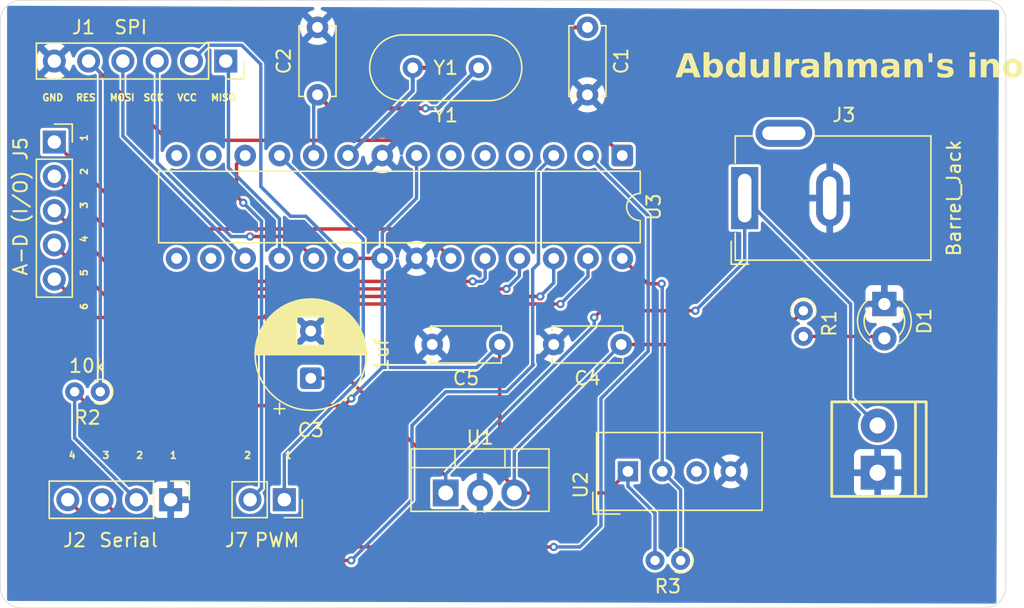
<source format=kicad_pcb>
(kicad_pcb (version 20241229) (generator "pcbnew") (generator_version "9.0")
  (layers (0 "F.Cu" signal) (2 "B.Cu" signal) (13 "F.Paste" user) (15 "B.Paste" user) (5 "F.SilkS" user "F.Silkscreen") (7 "B.SilkS" user "B.Silkscreen") (1 "F.Mask" user) (3 "B.Mask" user) (25 "Edge.Cuts" user))
  (net 0 "")
  (net 1 "GND")
  (net 2 "VS")
  (net 3 "VCC")
  (net 4 "Net-(D1-A)")
  (net 5 "MISO")
  (net 6 "Net-(J5-Pin_1)")
  (net 7 "Net-(J7-Pin_1)")
  (net 8 "RESET")
  (net 9 "Net-(U3-XTAL1{slash}PB6)")
  (net 10 "Net-(J7-Pin_2)")
  (net 11 "Net-(J5-Pin_5)")
  (net 12 "Net-(J5-Pin_3)")
  (net 13 "Net-(J5-Pin_4)")
  (net 14 "Net-(U3-XTAL2{slash}PB7)")
  (net 15 "SCK")
  (net 16 "MOSI")
  (net 17 "Net-(J5-Pin_2)")
  (net 18 "Rx")
  (net 19 "Tx")
  (net 21 "Net-(U2-DATA)")
  (footprint "Connector_BarrelJack:BarrelJack_GCT_DCJ200-10-A_Horizontal" (layer "F.Cu") (at 140.65 41.65 90)
    (property "Reference" "J3" (at 6.15 7.35 180) (layer "F.SilkS"))
    (property "Value" "Barrel_Jack" (at 0 15.5 90) (layer "F.SilkS"))
    (fp_line (start -3.2 -1) (end -4.9 -1) (stroke (width 0.12)) (layer "F.SilkS"))
    (fp_line (start -4.9 -1) (end -4.9 0.3) (stroke (width 0.12)) (layer "F.SilkS"))
    (fp_line (start 4.6 -0.7) (end 4.6 0.6) (stroke (width 0.12)) (layer "F.SilkS"))
    (fp_line (start 2.6 -0.7) (end 4.6 -0.7) (stroke (width 0.12)) (layer "F.SilkS"))
    (fp_line (start -4.6 -0.7) (end -2.6 -0.7) (stroke (width 0.12)) (layer "F.SilkS"))
    (fp_line (start 4.6 5.2) (end 4.6 13.8) (stroke (width 0.12)) (layer "F.SilkS"))
    (fp_line (start 4.6 13.8) (end -4.6 13.8) (stroke (width 0.12)) (layer "F.SilkS"))
    (fp_line (start -4.6 13.8) (end -4.6 -0.7) (stroke (width 0.12)) (layer "F.SilkS"))
    (pad "1" thru_hole rect (at 0 0 90) (size 4.6 2) (drill oval 3.6 1) (layers "*.Cu" "*.Mask") (net 2 "VS"))
    (pad "2" thru_hole oval (at 0 6.3 90) (size 4.2 2) (drill oval 3.2 1) (layers "*.Cu" "*.Mask") (net 1 "GND"))
    (pad "3" thru_hole oval (at 4.8 2.9 90) (size 2 4.2) (drill oval 1 3.2) (layers "*.Cu" "*.Mask"))
  )
  (footprint "Capacitor_THT:C_Disc_D5.0mm_W2.5mm_P5.00mm" (layer "F.Cu") (at 131.5 52.5 180)
    (property "Reference" "C4" (at 2.5 -2.5 0) (layer "F.SilkS"))
    (property "Value" "C")
    (fp_line (start 5.12 1.033) (end 5.12 1.37) (stroke (width 0.12)) (layer "F.SilkS"))
    (fp_line (start 5.12 -1.37) (end 5.12 -1.033) (stroke (width 0.12)) (layer "F.SilkS"))
    (fp_line (start -0.12 1.37) (end 5.12 1.37) (stroke (width 0.12)) (layer "F.SilkS"))
    (fp_line (start -0.12 1.033) (end -0.12 1.37) (stroke (width 0.12)) (layer "F.SilkS"))
    (fp_line (start -0.12 -1.37) (end 5.12 -1.37) (stroke (width 0.12)) (layer "F.SilkS"))
    (fp_line (start -0.12 -1.37) (end -0.12 -1.033) (stroke (width 0.12)) (layer "F.SilkS"))
    (pad "1" thru_hole circle (at 0 0 180) (size 1.6 1.6) (drill 0.8) (layers "*.Cu" "*.Mask") (net 3 "VCC"))
    (pad "2" thru_hole circle (at 5 0 180) (size 1.6 1.6) (drill 0.8) (layers "*.Cu" "*.Mask") (net 1 "GND"))
  )
  (footprint "Capacitor_THT:CP_Radial_D8.0mm_P3.50mm" (layer "F.Cu") (at 108.5 55 90)
    (property "Reference" "C3" (at -3.847349 0 0) (layer "F.SilkS"))
    (property "Value" "1uf" (at 1.75 5.25 90) (layer "F.SilkS"))
    (fp_line (start 1.79 -4.08) (end 1.79 4.08) (stroke (width 0.12)) (layer "F.SilkS"))
    (fp_line (start 1.75 -4.08) (end 1.75 4.08) (stroke (width 0.12)) (layer "F.SilkS"))
    (fp_line (start 1.83 -4.079) (end 1.83 4.079) (stroke (width 0.12)) (layer "F.SilkS"))
    (fp_line (start 1.87 -4.078) (end 1.87 4.078) (stroke (width 0.12)) (layer "F.SilkS"))
    (fp_line (start 1.91 -4.077) (end 1.91 4.077) (stroke (width 0.12)) (layer "F.SilkS"))
    (fp_line (start 1.95 -4.075) (end 1.95 4.075) (stroke (width 0.12)) (layer "F.SilkS"))
    (fp_line (start 1.99 -4.073) (end 1.99 4.073) (stroke (width 0.12)) (layer "F.SilkS"))
    (fp_line (start 2.03 -4.07) (end 2.03 4.07) (stroke (width 0.12)) (layer "F.SilkS"))
    (fp_line (start 2.07 -4.068) (end 2.07 4.068) (stroke (width 0.12)) (layer "F.SilkS"))
    (fp_line (start 2.11 -4.064) (end 2.11 4.064) (stroke (width 0.12)) (layer "F.SilkS"))
    (fp_line (start 2.15 -4.061) (end 2.15 4.061) (stroke (width 0.12)) (layer "F.SilkS"))
    (fp_line (start 2.19 -4.056) (end 2.19 4.056) (stroke (width 0.12)) (layer "F.SilkS"))
    (fp_line (start 2.23 -4.052) (end 2.23 4.052) (stroke (width 0.12)) (layer "F.SilkS"))
    (fp_line (start 2.27 -4.047) (end 2.27 4.047) (stroke (width 0.12)) (layer "F.SilkS"))
    (fp_line (start 2.31 -4.042) (end 2.31 4.042) (stroke (width 0.12)) (layer "F.SilkS"))
    (fp_line (start 2.35 -4.036) (end 2.35 4.036) (stroke (width 0.12)) (layer "F.SilkS"))
    (fp_line (start 2.39 -4.03) (end 2.39 4.03) (stroke (width 0.12)) (layer "F.SilkS"))
    (fp_line (start 2.43 -4.023) (end 2.43 4.023) (stroke (width 0.12)) (layer "F.SilkS"))
    (fp_line (start 2.47 -4.017) (end 2.47 -1.04) (stroke (width 0.12)) (layer "F.SilkS"))
    (fp_line (start 2.51 -4.009) (end 2.51 -1.04) (stroke (width 0.12)) (layer "F.SilkS"))
    (fp_line (start 2.55 -4.002) (end 2.55 -1.04) (stroke (width 0.12)) (layer "F.SilkS"))
    (fp_line (start 2.59 -3.993) (end 2.59 -1.04) (stroke (width 0.12)) (layer "F.SilkS"))
    (fp_line (start 2.63 -3.985) (end 2.63 -1.04) (stroke (width 0.12)) (layer "F.SilkS"))
    (fp_line (start 2.67 -3.976) (end 2.67 -1.04) (stroke (width 0.12)) (layer "F.SilkS"))
    (fp_line (start 2.71 -3.967) (end 2.71 -1.04) (stroke (width 0.12)) (layer "F.SilkS"))
    (fp_line (start 2.75 -3.957) (end 2.75 -1.04) (stroke (width 0.12)) (layer "F.SilkS"))
    (fp_line (start 2.79 -3.947) (end 2.79 -1.04) (stroke (width 0.12)) (layer "F.SilkS"))
    (fp_line (start 2.83 -3.936) (end 2.83 -1.04) (stroke (width 0.12)) (layer "F.SilkS"))
    (fp_line (start 2.87 -3.925) (end 2.87 -1.04) (stroke (width 0.12)) (layer "F.SilkS"))
    (fp_line (start 2.91 -3.913) (end 2.91 -1.04) (stroke (width 0.12)) (layer "F.SilkS"))
    (fp_line (start 2.95 -3.901) (end 2.95 -1.04) (stroke (width 0.12)) (layer "F.SilkS"))
    (fp_line (start 2.99 -3.889) (end 2.99 -1.04) (stroke (width 0.12)) (layer "F.SilkS"))
    (fp_line (start 3.03 -3.876) (end 3.03 -1.04) (stroke (width 0.12)) (layer "F.SilkS"))
    (fp_line (start 3.07 -3.863) (end 3.07 -1.04) (stroke (width 0.12)) (layer "F.SilkS"))
    (fp_line (start 3.11 -3.849) (end 3.11 -1.04) (stroke (width 0.12)) (layer "F.SilkS"))
    (fp_line (start 3.15 -3.835) (end 3.15 -1.04) (stroke (width 0.12)) (layer "F.SilkS"))
    (fp_line (start 3.19 -3.82) (end 3.19 -1.04) (stroke (width 0.12)) (layer "F.SilkS"))
    (fp_line (start 3.23 -3.805) (end 3.23 -1.04) (stroke (width 0.12)) (layer "F.SilkS"))
    (fp_line (start 3.27 -3.789) (end 3.27 -1.04) (stroke (width 0.12)) (layer "F.SilkS"))
    (fp_line (start 3.31 -3.773) (end 3.31 -1.04) (stroke (width 0.12)) (layer "F.SilkS"))
    (fp_line (start 3.35 -3.757) (end 3.35 -1.04) (stroke (width 0.12)) (layer "F.SilkS"))
    (fp_line (start 3.39 -3.74) (end 3.39 -1.04) (stroke (width 0.12)) (layer "F.SilkS"))
    (fp_line (start 3.43 -3.722) (end 3.43 -1.04) (stroke (width 0.12)) (layer "F.SilkS"))
    (fp_line (start 3.47 -3.704) (end 3.47 -1.04) (stroke (width 0.12)) (layer "F.SilkS"))
    (fp_line (start 3.51 -3.685) (end 3.51 -1.04) (stroke (width 0.12)) (layer "F.SilkS"))
    (fp_line (start 3.55 -3.666) (end 3.55 -1.04) (stroke (width 0.12)) (layer "F.SilkS"))
    (fp_line (start 3.59 -3.646) (end 3.59 -1.04) (stroke (width 0.12)) (layer "F.SilkS"))
    (fp_line (start 3.63 -3.626) (end 3.63 -1.04) (stroke (width 0.12)) (layer "F.SilkS"))
    (fp_line (start 3.67 -3.605) (end 3.67 -1.04) (stroke (width 0.12)) (layer "F.SilkS"))
    (fp_line (start 3.71 -3.584) (end 3.71 -1.04) (stroke (width 0.12)) (layer "F.SilkS"))
    (fp_line (start 3.75 -3.562) (end 3.75 -1.04) (stroke (width 0.12)) (layer "F.SilkS"))
    (fp_line (start 3.79 -3.539) (end 3.79 -1.04) (stroke (width 0.12)) (layer "F.SilkS"))
    (fp_line (start 3.83 -3.516) (end 3.83 -1.04) (stroke (width 0.12)) (layer "F.SilkS"))
    (fp_line (start 3.87 -3.493) (end 3.87 -1.04) (stroke (width 0.12)) (layer "F.SilkS"))
    (fp_line (start 3.91 -3.468) (end 3.91 -1.04) (stroke (width 0.12)) (layer "F.SilkS"))
    (fp_line (start 3.95 -3.443) (end 3.95 -1.04) (stroke (width 0.12)) (layer "F.SilkS"))
    (fp_line (start 3.99 -3.418) (end 3.99 -1.04) (stroke (width 0.12)) (layer "F.SilkS"))
    (fp_line (start 4.03 -3.392) (end 4.03 -1.04) (stroke (width 0.12)) (layer "F.SilkS"))
    (fp_line (start 4.07 -3.365) (end 4.07 -1.04) (stroke (width 0.12)) (layer "F.SilkS"))
    (fp_line (start 4.11 -3.337) (end 4.11 -1.04) (stroke (width 0.12)) (layer "F.SilkS"))
    (fp_line (start 4.15 -3.309) (end 4.15 -1.04) (stroke (width 0.12)) (layer "F.SilkS"))
    (fp_line (start 4.19 -3.28) (end 4.19 -1.04) (stroke (width 0.12)) (layer "F.SilkS"))
    (fp_line (start 4.23 -3.25) (end 4.23 -1.04) (stroke (width 0.12)) (layer "F.SilkS"))
    (fp_line (start 4.27 -3.219) (end 4.27 -1.04) (stroke (width 0.12)) (layer "F.SilkS"))
    (fp_line (start 4.31 -3.188) (end 4.31 -1.04) (stroke (width 0.12)) (layer "F.SilkS"))
    (fp_line (start 4.35 -3.156) (end 4.35 -1.04) (stroke (width 0.12)) (layer "F.SilkS"))
    (fp_line (start 4.39 -3.123) (end 4.39 -1.04) (stroke (width 0.12)) (layer "F.SilkS"))
    (fp_line (start 4.43 -3.089) (end 4.43 -1.04) (stroke (width 0.12)) (layer "F.SilkS"))
    (fp_line (start 4.47 -3.055) (end 4.47 -1.04) (stroke (width 0.12)) (layer "F.SilkS"))
    (fp_line (start 4.51 -3.019) (end 4.51 -1.04) (stroke (width 0.12)) (layer "F.SilkS"))
    (fp_line (start 4.55 -2.982) (end 4.55 2.982) (stroke (width 0.12)) (layer "F.SilkS"))
    (fp_line (start 4.59 -2.945) (end 4.59 2.945) (stroke (width 0.12)) (layer "F.SilkS"))
    (fp_line (start 4.63 -2.906) (end 4.63 2.906) (stroke (width 0.12)) (layer "F.SilkS"))
    (fp_line (start 4.67 -2.867) (end 4.67 2.867) (stroke (width 0.12)) (layer "F.SilkS"))
    (fp_line (start 4.71 -2.826) (end 4.71 2.826) (stroke (width 0.12)) (layer "F.SilkS"))
    (fp_line (start 4.75 -2.784) (end 4.75 2.784) (stroke (width 0.12)) (layer "F.SilkS"))
    (fp_line (start 4.79 -2.741) (end 4.79 2.741) (stroke (width 0.12)) (layer "F.SilkS"))
    (fp_line (start -2.259698 -2.715) (end -2.259698 -1.915) (stroke (width 0.12)) (layer "F.SilkS"))
    (fp_line (start 4.83 -2.696) (end 4.83 2.696) (stroke (width 0.12)) (layer "F.SilkS"))
    (fp_line (start 4.87 -2.651) (end 4.87 2.651) (stroke (width 0.12)) (layer "F.SilkS"))
    (fp_line (start 4.91 -2.604) (end 4.91 2.604) (stroke (width 0.12)) (layer "F.SilkS"))
    (fp_line (start 4.95 -2.555) (end 4.95 2.555) (stroke (width 0.12)) (layer "F.SilkS"))
    (fp_line (start 4.99 -2.505) (end 4.99 2.505) (stroke (width 0.12)) (layer "F.SilkS"))
    (fp_line (start 5.03 -2.453) (end 5.03 2.453) (stroke (width 0.12)) (layer "F.SilkS"))
    (fp_line (start 5.07 -2.4) (end 5.07 2.4) (stroke (width 0.12)) (layer "F.SilkS"))
    (fp_line (start 5.11 -2.344) (end 5.11 2.344) (stroke (width 0.12)) (layer "F.SilkS"))
    (fp_line (start -2.659698 -2.315) (end -1.859698 -2.315) (stroke (width 0.12)) (layer "F.SilkS"))
    (fp_line (start 5.15 -2.287) (end 5.15 2.287) (stroke (width 0.12)) (layer "F.SilkS"))
    (fp_line (start 5.19 -2.227) (end 5.19 2.227) (stroke (width 0.12)) (layer "F.SilkS"))
    (fp_line (start 5.23 -2.165) (end 5.23 2.165) (stroke (width 0.12)) (layer "F.SilkS"))
    (fp_line (start 5.27 -2.101) (end 5.27 2.101) (stroke (width 0.12)) (layer "F.SilkS"))
    (fp_line (start 5.31 -2.034) (end 5.31 2.034) (stroke (width 0.12)) (layer "F.SilkS"))
    (fp_line (start 5.35 -1.964) (end 5.35 1.964) (stroke (width 0.12)) (layer "F.SilkS"))
    (fp_line (start 5.39 -1.89) (end 5.39 1.89) (stroke (width 0.12)) (layer "F.SilkS"))
    (fp_line (start 5.43 -1.813) (end 5.43 1.813) (stroke (width 0.12)) (layer "F.SilkS"))
    (fp_line (start 5.47 -1.731) (end 5.47 1.731) (stroke (width 0.12)) (layer "F.SilkS"))
    (fp_line (start 5.51 -1.644) (end 5.51 1.644) (stroke (width 0.12)) (layer "F.SilkS"))
    (fp_line (start 5.55 -1.552) (end 5.55 1.552) (stroke (width 0.12)) (layer "F.SilkS"))
    (fp_line (start 5.59 -1.453) (end 5.59 1.453) (stroke (width 0.12)) (layer "F.SilkS"))
    (fp_line (start 5.63 -1.346) (end 5.63 1.346) (stroke (width 0.12)) (layer "F.SilkS"))
    (fp_line (start 5.67 -1.228) (end 5.67 1.228) (stroke (width 0.12)) (layer "F.SilkS"))
    (fp_line (start 5.71 -1.097) (end 5.71 1.097) (stroke (width 0.12)) (layer "F.SilkS"))
    (fp_line (start 5.75 -0.947) (end 5.75 0.947) (stroke (width 0.12)) (layer "F.SilkS"))
    (fp_line (start 5.79 -0.768) (end 5.79 0.768) (stroke (width 0.12)) (layer "F.SilkS"))
    (fp_line (start 5.83 -0.533) (end 5.83 0.533) (stroke (width 0.12)) (layer "F.SilkS"))
    (fp_line (start 4.51 1.04) (end 4.51 3.019) (stroke (width 0.12)) (layer "F.SilkS"))
    (fp_line (start 4.47 1.04) (end 4.47 3.055) (stroke (width 0.12)) (layer "F.SilkS"))
    (fp_line (start 4.43 1.04) (end 4.43 3.089) (stroke (width 0.12)) (layer "F.SilkS"))
    (fp_line (start 4.39 1.04) (end 4.39 3.123) (stroke (width 0.12)) (layer "F.SilkS"))
    (fp_line (start 4.35 1.04) (end 4.35 3.156) (stroke (width 0.12)) (layer "F.SilkS"))
    (fp_line (start 4.31 1.04) (end 4.31 3.188) (stroke (width 0.12)) (layer "F.SilkS"))
    (fp_line (start 4.27 1.04) (end 4.27 3.219) (stroke (width 0.12)) (layer "F.SilkS"))
    (fp_line (start 4.23 1.04) (end 4.23 3.25) (stroke (width 0.12)) (layer "F.SilkS"))
    (fp_line (start 4.19 1.04) (end 4.19 3.28) (stroke (width 0.12)) (layer "F.SilkS"))
    (fp_line (start 4.15 1.04) (end 4.15 3.309) (stroke (width 0.12)) (layer "F.SilkS"))
    (fp_line (start 4.11 1.04) (end 4.11 3.337) (stroke (width 0.12)) (layer "F.SilkS"))
    (fp_line (start 4.07 1.04) (end 4.07 3.365) (stroke (width 0.12)) (layer "F.SilkS"))
    (fp_line (start 4.03 1.04) (end 4.03 3.392) (stroke (width 0.12)) (layer "F.SilkS"))
    (fp_line (start 3.99 1.04) (end 3.99 3.418) (stroke (width 0.12)) (layer "F.SilkS"))
    (fp_line (start 3.95 1.04) (end 3.95 3.443) (stroke (width 0.12)) (layer "F.SilkS"))
    (fp_line (start 3.91 1.04) (end 3.91 3.468) (stroke (width 0.12)) (layer "F.SilkS"))
    (fp_line (start 3.87 1.04) (end 3.87 3.493) (stroke (width 0.12)) (layer "F.SilkS"))
    (fp_line (start 3.83 1.04) (end 3.83 3.516) (stroke (width 0.12)) (layer "F.SilkS"))
    (fp_line (start 3.79 1.04) (end 3.79 3.539) (stroke (width 0.12)) (layer "F.SilkS"))
    (fp_line (start 3.75 1.04) (end 3.75 3.562) (stroke (width 0.12)) (layer "F.SilkS"))
    (fp_line (start 3.71 1.04) (end 3.71 3.584) (stroke (width 0.12)) (layer "F.SilkS"))
    (fp_line (start 3.67 1.04) (end 3.67 3.605) (stroke (width 0.12)) (layer "F.SilkS"))
    (fp_line (start 3.63 1.04) (end 3.63 3.626) (stroke (width 0.12)) (layer "F.SilkS"))
    (fp_line (start 3.59 1.04) (end 3.59 3.646) (stroke (width 0.12)) (layer "F.SilkS"))
    (fp_line (start 3.55 1.04) (end 3.55 3.666) (stroke (width 0.12)) (layer "F.SilkS"))
    (fp_line (start 3.51 1.04) (end 3.51 3.685) (stroke (width 0.12)) (layer "F.SilkS"))
    (fp_line (start 3.47 1.04) (end 3.47 3.704) (stroke (width 0.12)) (layer "F.SilkS"))
    (fp_line (start 3.43 1.04) (end 3.43 3.722) (stroke (width 0.12)) (layer "F.SilkS"))
    (fp_line (start 3.39 1.04) (end 3.39 3.74) (stroke (width 0.12)) (layer "F.SilkS"))
    (fp_line (start 3.35 1.04) (end 3.35 3.757) (stroke (width 0.12)) (layer "F.SilkS"))
    (fp_line (start 3.31 1.04) (end 3.31 3.773) (stroke (width 0.12)) (layer "F.SilkS"))
    (fp_line (start 3.27 1.04) (end 3.27 3.789) (stroke (width 0.12)) (layer "F.SilkS"))
    (fp_line (start 3.23 1.04) (end 3.23 3.805) (stroke (width 0.12)) (layer "F.SilkS"))
    (fp_line (start 3.19 1.04) (end 3.19 3.82) (stroke (width 0.12)) (layer "F.SilkS"))
    (fp_line (start 3.15 1.04) (end 3.15 3.835) (stroke (width 0.12)) (layer "F.SilkS"))
    (fp_line (start 3.11 1.04) (end 3.11 3.849) (stroke (width 0.12)) (layer "F.SilkS"))
    (fp_line (start 3.07 1.04) (end 3.07 3.863) (stroke (width 0.12)) (layer "F.SilkS"))
    (fp_line (start 3.03 1.04) (end 3.03 3.876) (stroke (width 0.12)) (layer "F.SilkS"))
    (fp_line (start 2.99 1.04) (end 2.99 3.889) (stroke (width 0.12)) (layer "F.SilkS"))
    (fp_line (start 2.95 1.04) (end 2.95 3.901) (stroke (width 0.12)) (layer "F.SilkS"))
    (fp_line (start 2.91 1.04) (end 2.91 3.913) (stroke (width 0.12)) (layer "F.SilkS"))
    (fp_line (start 2.87 1.04) (end 2.87 3.925) (stroke (width 0.12)) (layer "F.SilkS"))
    (fp_line (start 2.83 1.04) (end 2.83 3.936) (stroke (width 0.12)) (layer "F.SilkS"))
    (fp_line (start 2.79 1.04) (end 2.79 3.947) (stroke (width 0.12)) (layer "F.SilkS"))
    (fp_line (start 2.75 1.04) (end 2.75 3.957) (stroke (width 0.12)) (layer "F.SilkS"))
    (fp_line (start 2.71 1.04) (end 2.71 3.967) (stroke (width 0.12)) (layer "F.SilkS"))
    (fp_line (start 2.67 1.04) (end 2.67 3.976) (stroke (width 0.12)) (layer "F.SilkS"))
    (fp_line (start 2.63 1.04) (end 2.63 3.985) (stroke (width 0.12)) (layer "F.SilkS"))
    (fp_line (start 2.59 1.04) (end 2.59 3.993) (stroke (width 0.12)) (layer "F.SilkS"))
    (fp_line (start 2.55 1.04) (end 2.55 4.002) (stroke (width 0.12)) (layer "F.SilkS"))
    (fp_line (start 2.51 1.04) (end 2.51 4.009) (stroke (width 0.12)) (layer "F.SilkS"))
    (fp_line (start 2.47 1.04) (end 2.47 4.017) (stroke (width 0.12)) (layer "F.SilkS"))
    (fp_circle (center 1.75 0) (end 5.87 0) (stroke (width 0.12)) (fill no) (layer "F.SilkS"))
    (pad "1" thru_hole roundrect (at 0 0 90) (size 1.6 1.6) (drill 0.8) (layers "*.Cu" "*.Mask") (roundrect_rratio 0.15625) (net 2 "VS"))
    (pad "2" thru_hole circle (at 3.5 0 90) (size 1.6 1.6) (drill 0.8) (layers "*.Cu" "*.Mask") (net 1 "GND"))
  )
  (footprint "Capacitor_THT:C_Disc_D5.0mm_W2.5mm_P5.00mm" (layer "F.Cu") (at 122.5 52.5 180)
    (property "Reference" "C5" (at 2.5 -2.5 0) (layer "F.SilkS"))
    (property "Value" "0.1uf")
    (fp_line (start 5.12 1.033) (end 5.12 1.37) (stroke (width 0.12)) (layer "F.SilkS"))
    (fp_line (start 5.12 -1.37) (end 5.12 -1.033) (stroke (width 0.12)) (layer "F.SilkS"))
    (fp_line (start -0.12 1.37) (end 5.12 1.37) (stroke (width 0.12)) (layer "F.SilkS"))
    (fp_line (start -0.12 1.033) (end -0.12 1.37) (stroke (width 0.12)) (layer "F.SilkS"))
    (fp_line (start -0.12 -1.37) (end 5.12 -1.37) (stroke (width 0.12)) (layer "F.SilkS"))
    (fp_line (start -0.12 -1.37) (end -0.12 -1.033) (stroke (width 0.12)) (layer "F.SilkS"))
    (pad "1" thru_hole circle (at 0 0 180) (size 1.6 1.6) (drill 0.8) (layers "*.Cu" "*.Mask") (net 3 "VCC"))
    (pad "2" thru_hole circle (at 5 0 180) (size 1.6 1.6) (drill 0.8) (layers "*.Cu" "*.Mask") (net 1 "GND"))
  )
  (footprint "Connector_PinSocket_2.54mm:PinSocket_1x06_P2.54mm_Vertical" (layer "F.Cu") (at 102.2 31.5 -90)
    (property "Reference" "J1" (at -2.5 10.54 0) (layer "F.SilkS"))
    (property "Value" "SPI" (at -2.5 7.04 0) (layer "F.SilkS"))
    (fp_line (start -1.33 14.03) (end 1.33 14.03) (stroke (width 0.12)) (layer "F.SilkS"))
    (fp_line (start -1.33 1.27) (end -1.33 14.03) (stroke (width 0.12)) (layer "F.SilkS"))
    (fp_line (start -1.33 1.27) (end 1.33 1.27) (stroke (width 0.12)) (layer "F.SilkS"))
    (fp_line (start 1.33 1.27) (end 1.33 14.03) (stroke (width 0.12)) (layer "F.SilkS"))
    (fp_line (start 0 -1.33) (end 1.33 -1.33) (stroke (width 0.12)) (layer "F.SilkS"))
    (fp_line (start 1.33 -1.33) (end 1.33 0) (stroke (width 0.12)) (layer "F.SilkS"))
    (pad "1" thru_hole rect (at 0 0 270) (size 1.7 1.7) (drill 1) (layers "*.Cu" "*.Mask") (net 5 "MISO"))
    (pad "2" thru_hole circle (at 0 2.54 270) (size 1.7 1.7) (drill 1) (layers "*.Cu" "*.Mask") (net 3 "VCC"))
    (pad "3" thru_hole circle (at 0 5.08 270) (size 1.7 1.7) (drill 1) (layers "*.Cu" "*.Mask") (net 15 "SCK"))
    (pad "4" thru_hole circle (at 0 7.62 270) (size 1.7 1.7) (drill 1) (layers "*.Cu" "*.Mask") (net 16 "MOSI"))
    (pad "5" thru_hole circle (at 0 10.16 270) (size 1.7 1.7) (drill 1) (layers "*.Cu" "*.Mask") (net 8 "RESET"))
    (pad "6" thru_hole circle (at 0 12.7 270) (size 1.7 1.7) (drill 1) (layers "*.Cu" "*.Mask") (net 1 "GND"))
  )
  (footprint "Connector_PinSocket_2.54mm:PinSocket_1x02_P2.54mm_Vertical" (layer "F.Cu") (at 106.54 64 -90)
    (property "Reference" "J7" (at 3 3.54 0) (layer "F.SilkS"))
    (property "Value" "PWM" (at 3 0.54 0) (layer "F.SilkS"))
    (fp_line (start -1.33 3.87) (end 1.33 3.87) (stroke (width 0.12)) (layer "F.SilkS"))
    (fp_line (start -1.33 1.27) (end -1.33 3.87) (stroke (width 0.12)) (layer "F.SilkS"))
    (fp_line (start -1.33 1.27) (end 1.33 1.27) (stroke (width 0.12)) (layer "F.SilkS"))
    (fp_line (start 1.33 1.27) (end 1.33 3.87) (stroke (width 0.12)) (layer "F.SilkS"))
    (fp_line (start 0 -1.33) (end 1.33 -1.33) (stroke (width 0.12)) (layer "F.SilkS"))
    (fp_line (start 1.33 -1.33) (end 1.33 0) (stroke (width 0.12)) (layer "F.SilkS"))
    (pad "1" thru_hole rect (at 0 0 270) (size 1.7 1.7) (drill 1) (layers "*.Cu" "*.Mask") (net 7 "Net-(J7-Pin_1)"))
    (pad "2" thru_hole circle (at 0 2.54 270) (size 1.7 1.7) (drill 1) (layers "*.Cu" "*.Mask") (net 10 "Net-(J7-Pin_2)"))
  )
  (footprint "Connector_PinSocket_2.54mm:PinSocket_1x05_P2.54mm_Vertical" (layer "F.Cu") (at 89.5 37.5)
    (property "Reference" "J5" (at -2.5 0.5 90) (layer "F.SilkS"))
    (property "Value" "A-D (I/O)" (at -2.5 6 90) (layer "F.SilkS"))
    (fp_line (start -1.33 1.27) (end -1.33 11.49) (stroke (width 0.12)) (layer "F.SilkS"))
    (fp_line (start -1.33 1.27) (end 1.33 1.27) (stroke (width 0.12)) (layer "F.SilkS"))
    (fp_line (start -1.33 11.49) (end 1.33 11.49) (stroke (width 0.12)) (layer "F.SilkS"))
    (fp_line (start 0 -1.33) (end 1.33 -1.33) (stroke (width 0.12)) (layer "F.SilkS"))
    (fp_line (start 1.33 -1.33) (end 1.33 0) (stroke (width 0.12)) (layer "F.SilkS"))
    (fp_line (start 1.33 1.27) (end 1.33 11.49) (stroke (width 0.12)) (layer "F.SilkS"))
    (pad "1" thru_hole rect (at 0 0) (size 1.7 1.7) (drill 1) (layers "*.Cu" "*.Mask") (net 6 "Net-(J5-Pin_1)"))
    (pad "2" thru_hole circle (at 0 2.54) (size 1.7 1.7) (drill 1) (layers "*.Cu" "*.Mask") (net 17 "Net-(J5-Pin_2)"))
    (pad "3" thru_hole circle (at 0 5.08) (size 1.7 1.7) (drill 1) (layers "*.Cu" "*.Mask") (net 12 "Net-(J5-Pin_3)"))
    (pad "4" thru_hole circle (at 0 7.62) (size 1.7 1.7) (drill 1) (layers "*.Cu" "*.Mask") (net 13 "Net-(J5-Pin_4)"))
    (pad "5" thru_hole circle (at 0 10.16) (size 1.7 1.7) (drill 1) (layers "*.Cu" "*.Mask") (net 11 "Net-(J5-Pin_5)"))
  )
  (footprint "Resistor_THT:R_Axial_DIN0204_L3.6mm_D1.6mm_P1.90mm_Vertical" (layer "F.Cu") (at 145 50 -90)
    (property "Reference" "R1" (at 0.95 -1.92 90) (layer "F.SilkS"))
    (property "Value" "200ohm")
    (fp_arc (start 0.417133 0.82) (mid -0.92 0) (end 0.417133 -0.82) (stroke (width 0.12)) (layer "F.SilkS"))
    (pad "1" thru_hole circle (at 0 0 270) (size 1.4 1.4) (drill 0.7) (layers "*.Cu" "*.Mask") (net 3 "VCC"))
    (pad "2" thru_hole circle (at 1.9 0 270) (size 1.4 1.4) (drill 0.7) (layers "*.Cu" "*.Mask") (net 4 "Net-(D1-A)"))
  )
  (footprint "Resistor_THT:R_Axial_DIN0204_L3.6mm_D1.6mm_P1.90mm_Vertical" (layer "F.Cu") (at 135.905 68.5 180)
    (property "Reference" "R3" (at 0.95 -1.92 0) (layer "F.SilkS"))
    (property "Value" "10k")
    (fp_arc (start 0.417133 0.82) (mid -0.92 0) (end 0.417133 -0.82) (stroke (width 0.12)) (layer "F.SilkS"))
    (pad "1" thru_hole circle (at 0 0 180) (size 1.4 1.4) (drill 0.7) (layers "*.Cu" "*.Mask") (net 21 "Net-(U2-DATA)"))
    (pad "2" thru_hole circle (at 1.9 0 180) (size 1.4 1.4) (drill 0.7) (layers "*.Cu" "*.Mask") (net 3 "VCC"))
  )
  (footprint "Connector_PinHeader_2.54mm:PinHeader_1x04_P2.54mm_Vertical" (layer "F.Cu") (at 98.12 64 -90)
    (property "Reference" "J2" (at 3 7.12 180) (layer "F.SilkS"))
    (property "Value" "Serial" (at 3 3.12 0) (layer "F.SilkS"))
    (fp_line (start -1.38 9) (end 1.38 9) (stroke (width 0.12)) (layer "F.SilkS"))
    (fp_line (start -1.38 1.27) (end -1.38 9) (stroke (width 0.12)) (layer "F.SilkS"))
    (fp_line (start -1.38 1.27) (end 1.38 1.27) (stroke (width 0.12)) (layer "F.SilkS"))
    (fp_line (start 1.38 1.27) (end 1.38 9) (stroke (width 0.12)) (layer "F.SilkS"))
    (fp_line (start -1.38 0) (end -1.38 -1.38) (stroke (width 0.12)) (layer "F.SilkS"))
    (fp_line (start -1.38 -1.38) (end 0 -1.38) (stroke (width 0.12)) (layer "F.SilkS"))
    (pad "1" thru_hole rect (at 0 0 270) (size 1.7 1.7) (drill 1) (layers "*.Cu" "*.Mask") (net 1 "GND"))
    (pad "2" thru_hole circle (at 0 2.54 270) (size 1.7 1.7) (drill 1) (layers "*.Cu" "*.Mask") (net 3 "VCC"))
    (pad "3" thru_hole circle (at 0 5.08 270) (size 1.7 1.7) (drill 1) (layers "*.Cu" "*.Mask") (net 18 "Rx"))
    (pad "4" thru_hole circle (at 0 7.62 270) (size 1.7 1.7) (drill 1) (layers "*.Cu" "*.Mask") (net 19 "Tx"))
  )
  (footprint "Package_DIP:DIP-28_W7.62mm" (layer "F.Cu") (at 131.58 38.5 -90)
    (property "Reference" "U3" (at 3.81 -2.33 90) (layer "F.SilkS"))
    (property "Value" "ATmega328-P")
    (fp_line (start 1.16 34.35) (end 6.46 34.35) (stroke (width 0.12)) (layer "F.SilkS"))
    (fp_line (start 6.46 34.35) (end 6.46 -1.33) (stroke (width 0.12)) (layer "F.SilkS"))
    (fp_line (start 1.16 -1.33) (end 1.16 34.35) (stroke (width 0.12)) (layer "F.SilkS"))
    (fp_line (start 2.81 -1.33) (end 1.16 -1.33) (stroke (width 0.12)) (layer "F.SilkS"))
    (fp_line (start 6.46 -1.33) (end 4.81 -1.33) (stroke (width 0.12)) (layer "F.SilkS"))
    (fp_arc (start 4.81 -1.33) (mid 3.81 -0.33) (end 2.81 -1.33) (stroke (width 0.12)) (layer "F.SilkS"))
    (pad "1" thru_hole roundrect (at 0 0 270) (size 1.6 1.6) (drill 0.8) (layers "*.Cu" "*.Mask") (roundrect_rratio 0.15625) (net 8 "RESET"))
    (pad "2" thru_hole circle (at 0 2.54 270) (size 1.6 1.6) (drill 0.8) (layers "*.Cu" "*.Mask") (net 18 "Rx"))
    (pad "3" thru_hole circle (at 0 5.08 270) (size 1.6 1.6) (drill 0.8) (layers "*.Cu" "*.Mask") (net 19 "Tx"))
    (pad "4" thru_hole circle (at 0 7.62 270) (size 1.6 1.6) (drill 0.8) (layers "*.Cu" "*.Mask"))
    (pad "5" thru_hole circle (at 0 10.16 270) (size 1.6 1.6) (drill 0.8) (layers "*.Cu" "*.Mask"))
    (pad "6" thru_hole circle (at 0 12.7 270) (size 1.6 1.6) (drill 0.8) (layers "*.Cu" "*.Mask"))
    (pad "7" thru_hole circle (at 0 15.24 270) (size 1.6 1.6) (drill 0.8) (layers "*.Cu" "*.Mask") (net 3 "VCC"))
    (pad "8" thru_hole circle (at 0 17.78 270) (size 1.6 1.6) (drill 0.8) (layers "*.Cu" "*.Mask") (net 1 "GND"))
    (pad "9" thru_hole circle (at 0 20.32 270) (size 1.6 1.6) (drill 0.8) (layers "*.Cu" "*.Mask") (net 9 "Net-(U3-XTAL1{slash}PB6)"))
    (pad "10" thru_hole circle (at 0 22.86 270) (size 1.6 1.6) (drill 0.8) (layers "*.Cu" "*.Mask") (net 14 "Net-(U3-XTAL2{slash}PB7)"))
    (pad "11" thru_hole circle (at 0 25.4 270) (size 1.6 1.6) (drill 0.8) (layers "*.Cu" "*.Mask") (net 7 "Net-(J7-Pin_1)"))
    (pad "12" thru_hole circle (at 0 27.94 270) (size 1.6 1.6) (drill 0.8) (layers "*.Cu" "*.Mask") (net 10 "Net-(J7-Pin_2)"))
    (pad "13" thru_hole circle (at 0 30.48 270) (size 1.6 1.6) (drill 0.8) (layers "*.Cu" "*.Mask"))
    (pad "14" thru_hole circle (at 0 33.02 270) (size 1.6 1.6) (drill 0.8) (layers "*.Cu" "*.Mask"))
    (pad "15" thru_hole circle (at 7.62 33.02 270) (size 1.6 1.6) (drill 0.8) (layers "*.Cu" "*.Mask"))
    (pad "16" thru_hole circle (at 7.62 30.48 270) (size 1.6 1.6) (drill 0.8) (layers "*.Cu" "*.Mask"))
    (pad "17" thru_hole circle (at 7.62 27.94 270) (size 1.6 1.6) (drill 0.8) (layers "*.Cu" "*.Mask") (net 16 "MOSI"))
    (pad "18" thru_hole circle (at 7.62 25.4 270) (size 1.6 1.6) (drill 0.8) (layers "*.Cu" "*.Mask") (net 5 "MISO"))
    (pad "19" thru_hole circle (at 7.62 22.86 270) (size 1.6 1.6) (drill 0.8) (layers "*.Cu" "*.Mask") (net 15 "SCK"))
    (pad "20" thru_hole circle (at 7.62 20.32 270) (size 1.6 1.6) (drill 0.8) (layers "*.Cu" "*.Mask") (net 3 "VCC"))
    (pad "21" thru_hole circle (at 7.62 17.78 270) (size 1.6 1.6) (drill 0.8) (layers "*.Cu" "*.Mask") (net 3 "VCC"))
    (pad "22" thru_hole circle (at 7.62 15.24 270) (size 1.6 1.6) (drill 0.8) (layers "*.Cu" "*.Mask") (net 1 "GND"))
    (pad "23" thru_hole circle (at 7.62 12.7 270) (size 1.6 1.6) (drill 0.8) (layers "*.Cu" "*.Mask") (net 6 "Net-(J5-Pin_1)"))
    (pad "24" thru_hole circle (at 7.62 10.16 270) (size 1.6 1.6) (drill 0.8) (layers "*.Cu" "*.Mask") (net 17 "Net-(J5-Pin_2)"))
    (pad "25" thru_hole circle (at 7.62 7.62 270) (size 1.6 1.6) (drill 0.8) (layers "*.Cu" "*.Mask") (net 12 "Net-(J5-Pin_3)"))
    (pad "26" thru_hole circle (at 7.62 5.08 270) (size 1.6 1.6) (drill 0.8) (layers "*.Cu" "*.Mask") (net 13 "Net-(J5-Pin_4)"))
    (pad "27" thru_hole circle (at 7.62 2.54 270) (size 1.6 1.6) (drill 0.8) (layers "*.Cu" "*.Mask") (net 11 "Net-(J5-Pin_5)"))
    (pad "28" thru_hole circle (at 7.62 0 270) (size 1.6 1.6) (drill 0.8) (layers "*.Cu" "*.Mask") (net 21 "Net-(U2-DATA)"))
  )
  (footprint "Capacitor_THT:C_Disc_D5.0mm_W2.5mm_P5.00mm" (layer "F.Cu") (at 129 29 -90)
    (property "Reference" "C1" (at 2.5 -2.5 270) (layer "F.SilkS"))
    (property "Value" "22pf")
    (fp_line (start -0.12 1.37) (end 5.12 1.37) (stroke (width 0.12)) (layer "F.SilkS"))
    (fp_line (start -0.12 1.033) (end -0.12 1.37) (stroke (width 0.12)) (layer "F.SilkS"))
    (fp_line (start 5.12 1.033) (end 5.12 1.37) (stroke (width 0.12)) (layer "F.SilkS"))
    (fp_line (start -0.12 -1.37) (end -0.12 -1.033) (stroke (width 0.12)) (layer "F.SilkS"))
    (fp_line (start -0.12 -1.37) (end 5.12 -1.37) (stroke (width 0.12)) (layer "F.SilkS"))
    (fp_line (start 5.12 -1.37) (end 5.12 -1.033) (stroke (width 0.12)) (layer "F.SilkS"))
    (pad "1" thru_hole circle (at 0 0 270) (size 1.6 1.6) (drill 0.8) (layers "*.Cu" "*.Mask") (net 9 "Net-(U3-XTAL1{slash}PB6)"))
    (pad "2" thru_hole circle (at 5 0 270) (size 1.6 1.6) (drill 0.8) (layers "*.Cu" "*.Mask") (net 1 "GND"))
  )
  (footprint "Crystal:Crystal_HC49-4H_Vertical" (layer "F.Cu") (at 120.94 32 180)
    (property "Reference" "Y1" (at 2.44 -3.52 0) (layer "F.SilkS"))
    (property "Value" "16MHz")
    (fp_line (start -0.76 2.435) (end 5.64 2.435) (stroke (width 0.12)) (layer "F.SilkS"))
    (fp_line (start -0.76 -2.435) (end 5.64 -2.435) (stroke (width 0.12)) (layer "F.SilkS"))
    (fp_arc (start 5.64 -2.435) (mid 8.075 0) (end 5.64 2.435) (stroke (width 0.12)) (layer "F.SilkS"))
    (fp_arc (start -0.76 2.435) (mid -3.195 0) (end -0.76 -2.435) (stroke (width 0.12)) (layer "F.SilkS"))
    (fp_text user "${REFERENCE}" (at 2.44 0 0) (layer "F.SilkS"))
    (pad "1" thru_hole circle (at 0 0 180) (size 1.5 1.5) (drill 0.8) (layers "*.Cu" "*.Mask") (net 14 "Net-(U3-XTAL2{slash}PB7)"))
    (pad "2" thru_hole circle (at 4.88 0 180) (size 1.5 1.5) (drill 0.8) (layers "*.Cu" "*.Mask") (net 9 "Net-(U3-XTAL1{slash}PB6)"))
  )
  (footprint "SparkFun-Connector:Screw_Terminal_3.5mm-2-Blue" (layer "F.Cu") (at 150.5 62 90)
    (property "Reference" "J4")
    (property "Value" "Screw_Terminal_01x02")
    (fp_line (start 5.25 -3.4) (end 5.25 2.8) (stroke (width 0.2032)) (layer "F.SilkS"))
    (fp_line (start -1.75 -3.4) (end 5.25 -3.4) (stroke (width 0.2032)) (layer "F.SilkS"))
    (fp_line (start 5.25 2.8) (end -1.75 2.8) (stroke (width 0.2032)) (layer "F.SilkS"))
    (fp_line (start 5.25 2.8) (end 5.25 3.6) (stroke (width 0.2032)) (layer "F.SilkS"))
    (fp_line (start -1.75 2.8) (end -1.75 -3.4) (stroke (width 0.2032)) (layer "F.SilkS"))
    (fp_line (start 5.25 3.6) (end -1.75 3.6) (stroke (width 0.2032)) (layer "F.SilkS"))
    (fp_line (start -1.75 3.6) (end -1.75 2.8) (stroke (width 0.2032)) (layer "F.SilkS"))
    (pad "1" thru_hole rect (at 0 0 90) (size 2.5 2.5) (drill 1.2) (layers "*.Cu" "*.Mask") (net 1 "GND"))
    (pad "2" thru_hole circle (at 3.5 0 90) (size 2.5 2.5) (drill 1.2) (layers "*.Cu" "*.Mask") (net 2 "VS"))
  )
  (footprint "Sensor:Aosong_DHT11_5.5x12.0_P2.54mm" (layer "F.Cu") (at 132 61.9025 90)
    (property "Reference" "U2" (at -1 -3.5 90) (layer "F.SilkS"))
    (property "Value" "DHT11")
    (fp_line (start -3.16 -2.6) (end -1.55 -2.6) (stroke (width 0.12)) (layer "F.SilkS"))
    (fp_line (start -3.16 -2.6) (end -3.16 -0.6) (stroke (width 0.12)) (layer "F.SilkS"))
    (fp_line (start 2.88 -2.32) (end 2.88 9.94) (stroke (width 0.12)) (layer "F.SilkS"))
    (fp_line (start -2.87 -2.32) (end 2.87 -2.32) (stroke (width 0.12)) (layer "F.SilkS"))
    (fp_line (start 2.88 9.94) (end -2.88 9.94) (stroke (width 0.12)) (layer "F.SilkS"))
    (fp_line (start -2.88 9.94) (end -2.88 -2.31) (stroke (width 0.12)) (layer "F.SilkS"))
    (pad "1" thru_hole rect (at 0 0 90) (size 1.5 1.5) (drill 0.8) (layers "*.Cu" "*.Mask") (net 3 "VCC"))
    (pad "2" thru_hole circle (at 0 2.54 90) (size 1.5 1.5) (drill 0.8) (layers "*.Cu" "*.Mask") (net 21 "Net-(U2-DATA)"))
    (pad "3" thru_hole circle (at 0 5.08 90) (size 1.5 1.5) (drill 0.8) (layers "*.Cu" "*.Mask"))
    (pad "4" thru_hole circle (at 0 7.62 90) (size 1.5 1.5) (drill 0.8) (layers "*.Cu" "*.Mask") (net 1 "GND"))
  )
  (footprint "Package_TO_SOT_THT:TO-220-3_Vertical" (layer "F.Cu") (at 118.5 63.5)
    (property "Reference" "U1" (at 2.54 -4.1 0) (layer "F.SilkS"))
    (property "Value" "LM78M05_TO220")
    (fp_line (start -2.57 -3.26) (end -2.57 1.36) (stroke (width 0.12)) (layer "F.SilkS"))
    (fp_line (start -2.57 -3.26) (end 7.65 -3.26) (stroke (width 0.12)) (layer "F.SilkS"))
    (fp_line (start -2.57 -1.88) (end 7.65 -1.88) (stroke (width 0.12)) (layer "F.SilkS"))
    (fp_line (start -2.57 1.36) (end 7.65 1.36) (stroke (width 0.12)) (layer "F.SilkS"))
    (fp_line (start 0.69 -3.26) (end 0.69 -1.88) (stroke (width 0.12)) (layer "F.SilkS"))
    (fp_line (start 4.39 -3.26) (end 4.39 -1.88) (stroke (width 0.12)) (layer "F.SilkS"))
    (fp_line (start 7.65 -3.26) (end 7.65 1.36) (stroke (width 0.12)) (layer "F.SilkS"))
    (pad "1" thru_hole rect (at 0 0) (size 1.905 2) (drill 1.1) (layers "*.Cu" "*.Mask") (net 2 "VS"))
    (pad "2" thru_hole oval (at 2.54 0) (size 1.905 2) (drill 1.1) (layers "*.Cu" "*.Mask") (net 1 "GND"))
    (pad "3" thru_hole oval (at 5.08 0) (size 1.905 2) (drill 1.1) (layers "*.Cu" "*.Mask") (net 3 "VCC"))
  )
  (footprint "LED_THT:LED_D3.0mm" (layer "F.Cu") (at 151 49.5 -90)
    (property "Reference" "D1" (at 1.27 -2.96 90) (layer "F.SilkS"))
    (property "Value" "LED")
    (fp_line (start -0.29 1.08) (end -0.29 1.236) (stroke (width 0.12)) (layer "F.SilkS"))
    (fp_line (start -0.29 -1.236) (end -0.29 -1.08) (stroke (width 0.12)) (layer "F.SilkS"))
    (fp_arc (start 2.310961 1.08) (mid 1.27 1.5) (end 0.229039 1.08) (stroke (width 0.12)) (layer "F.SilkS"))
    (fp_arc (start 2.941437 1.08) (mid 1.36566 1.987699) (end -0.29 1.235516) (stroke (width 0.12)) (layer "F.SilkS"))
    (fp_arc (start 0.229039 -1.08) (mid 1.27 -1.5) (end 2.310961 -1.08) (stroke (width 0.12)) (layer "F.SilkS"))
    (fp_arc (start -0.29 -1.235516) (mid 1.36566 -1.987699) (end 2.941437 -1.08) (stroke (width 0.12)) (layer "F.SilkS"))
    (pad "1" thru_hole rect (at 0 0 270) (size 1.8 1.8) (drill 0.9) (layers "*.Cu" "*.Mask") (net 1 "GND"))
    (pad "2" thru_hole circle (at 2.54 0 270) (size 1.8 1.8) (drill 0.9) (layers "*.Cu" "*.Mask") (net 4 "Net-(D1-A)"))
  )
  (footprint "Capacitor_THT:C_Disc_D5.0mm_W2.5mm_P5.00mm" (layer "F.Cu") (at 109 34 90)
    (property "Reference" "C2" (at 2.5 -2.5 90) (layer "F.SilkS"))
    (property "Value" "22pf")
    (fp_line (start 5.12 -1.37) (end 5.12 -1.033) (stroke (width 0.12)) (layer "F.SilkS"))
    (fp_line (start -0.12 -1.37) (end 5.12 -1.37) (stroke (width 0.12)) (layer "F.SilkS"))
    (fp_line (start -0.12 -1.37) (end -0.12 -1.033) (stroke (width 0.12)) (layer "F.SilkS"))
    (fp_line (start 5.12 1.033) (end 5.12 1.37) (stroke (width 0.12)) (layer "F.SilkS"))
    (fp_line (start -0.12 1.033) (end -0.12 1.37) (stroke (width 0.12)) (layer "F.SilkS"))
    (fp_line (start -0.12 1.37) (end 5.12 1.37) (stroke (width 0.12)) (layer "F.SilkS"))
    (pad "1" thru_hole circle (at 0 0 90) (size 1.6 1.6) (drill 0.8) (layers "*.Cu" "*.Mask") (net 14 "Net-(U3-XTAL2{slash}PB7)"))
    (pad "2" thru_hole circle (at 5 0 90) (size 1.6 1.6) (drill 0.8) (layers "*.Cu" "*.Mask") (net 1 "GND"))
  )
  (footprint "Resistor_THT:R_Axial_DIN0204_L3.6mm_D1.6mm_P1.90mm_Vertical" (layer "F.Cu") (at 92.905 56 180)
    (property "Reference" "R2" (at 0.95 -1.92 0) (layer "F.SilkS"))
    (property "Value" "10k" (at 0.95 1.92 0) (layer "F.SilkS"))
    (fp_arc (start 0.417133 0.82) (mid -0.92 0) (end 0.417133 -0.82) (stroke (width 0.12)) (layer "F.SilkS"))
    (pad "1" thru_hole circle (at 0 0 180) (size 1.4 1.4) (drill 0.7) (layers "*.Cu" "*.Mask") (net 8 "RESET"))
    (pad "2" thru_hole circle (at 1.9 0 180) (size 1.4 1.4) (drill 0.7) (layers "*.Cu" "*.Mask") (net 3 "VCC"))
  )
  (gr_arc (start 85.5 28.5) (mid 85.93934 27.43934) (end 87 27) (stroke (width 0.05)) (layer "Edge.Cuts"))
  (gr_line (start 85.5 66.5) (end 85.5 70.5) (stroke (width 0.05)) (layer "Edge.Cuts"))
  (gr_line (start 160 28.5) (end 160 66.5) (stroke (width 0.05)) (layer "Edge.Cuts"))
  (gr_line (start 85.5 66.5) (end 85.5 28.5) (stroke (width 0.05)) (layer "Edge.Cuts"))
  (gr_line (start 87 27) (end 158.5 27) (stroke (width 0.05)) (layer "Edge.Cuts"))
  (gr_arc (start 87 72) (mid 85.93934 71.56066) (end 85.5 70.5) (stroke (width 0.05)) (layer "Edge.Cuts"))
  (gr_arc (start 158.5 27) (mid 159.56066 27.43934) (end 160 28.5) (stroke (width 0.05)) (layer "Edge.Cuts"))
  (gr_arc (start 160.001178 70.43934) (mid 159.564968 71.522067) (end 158.5 72) (stroke (width 0.05)) (layer "Edge.Cuts"))
  (gr_line (start 160 66.5) (end 160 70.43934) (stroke (width 0.05)) (layer "Edge.Cuts"))
  (gr_line (start 158.5 72) (end 87 72) (stroke (width 0.05)) (layer "Edge.Cuts"))
  (gr_text "4" (at 90.5 61 0) (layer "F.SilkS") (effects (font (size 0.5 0.5) (thickness 0.125) (bold yes)) (justify left bottom)))
  (gr_text "RES" (at 91.04 34.5 0) (layer "F.SilkS") (effects (font (size 0.5 0.5) (thickness 0.125) (bold yes)) (justify left bottom)))
  (gr_text "2" (at 95.5 61 0) (layer "F.SilkS") (effects (font (size 0.5 0.5) (thickness 0.125) (bold yes)) (justify left bottom)))
  (gr_text "2" (at 92 40 90) (layer "F.SilkS") (effects (font (size 0.5 0.5) (thickness 0.125) (bold yes)) (justify left bottom)))
  (gr_text "Abdulrahman's ino" (at 135.5 33 0) (layer "F.SilkS") (effects (font (size 1.75 1.75) (thickness 0.3) (bold yes)) (justify left bottom)))
  (gr_text "2" (at 103.5 61 0) (layer "F.SilkS") (effects (font (size 0.5 0.5) (thickness 0.125) (bold yes)) (justify left bottom)))
  (gr_text "3" (at 92 42.5 90) (layer "F.SilkS") (effects (font (size 0.5 0.5) (thickness 0.125) (bold yes)) (justify left bottom)))
  (gr_text "6" (at 92 50 90) (layer "F.SilkS") (effects (font (size 0.5 0.5) (thickness 0.125) (bold yes)) (justify left bottom)))
  (gr_text "4" (at 92 45 90) (layer "F.SilkS") (effects (font (size 0.5 0.5) (thickness 0.125) (bold yes)) (justify left bottom)))
  (gr_text "MOSI" (at 93.54 34.5 0) (layer "F.SilkS") (effects (font (size 0.5 0.5) (thickness 0.125) (bold yes)) (justify left bottom)))
  (gr_text "1" (at 98 61 0) (layer "F.SilkS") (effects (font (size 0.5 0.5) (thickness 0.125) (bold yes)) (justify left bottom)))
  (gr_text "VCC" (at 98.54 34.5 0) (layer "F.SilkS") (effects (font (size 0.5 0.5) (thickness 0.125) (bold yes)) (justify left bottom)))
  (gr_text "5" (at 92 47.5 90) (layer "F.SilkS") (effects (font (size 0.5 0.5) (thickness 0.125) (bold yes)) (justify left bottom)))
  (gr_text "MISO\n" (at 101.04 34.5 0) (layer "F.SilkS") (effects (font (size 0.5 0.5) (thickness 0.125) (bold yes)) (justify left bottom)))
  (gr_text "1" (at 92 37.5 90) (layer "F.SilkS") (effects (font (size 0.5 0.5) (thickness 0.125) (bold yes)) (justify left bottom)))
  (gr_text "GND" (at 88.54 34.5 0) (layer "F.SilkS") (effects (font (size 0.5 0.5) (thickness 0.125) (bold yes)) (justify left bottom)))
  (gr_text "1" (at 106.5 61 0) (layer "F.SilkS") (effects (font (size 0.5 0.5) (thickness 0.125) (bold yes)) (justify left bottom)))
  (gr_text "SCK\n" (at 96.04 34.5 0) (layer "F.SilkS") (effects (font (size 0.5 0.5) (thickness 0.125) (bold yes)) (justify left bottom)))
  (gr_text "3" (at 93 61 0) (layer "F.SilkS") (effects (font (size 0.5 0.5) (thickness 0.125) (bold yes)) (justify left bottom)))
  (segment (start 130 50) (end 129.5 50.5) (width 0.254) (layer "F.Cu") (net 2))
  (segment (start 118.5 62.246) (end 111.254 55) (width 0.254) (layer "F.Cu") (net 2))
  (segment (start 137 50) (end 130 50) (width 0.254) (layer "F.Cu") (net 2))
  (segment (start 118.5 63.5) (end 118.5 62.246) (width 0.254) (layer "F.Cu") (net 2))
  (segment (start 111.254 55) (end 108.5 55) (width 0.254) (layer "F.Cu") (net 2))
  (via (at 129.5 50.5) (size 0.61) (drill 0.3) (layers "F.Cu" "B.Cu") (net 2))
  (via (at 137 50) (size 0.61) (drill 0.3) (layers "F.Cu" "B.Cu") (net 2))
  (segment (start 140.65 46.35) (end 137 50) (width 0.254) (layer "B.Cu") (net 2))
  (segment (start 129.5 51.095233) (end 118.5 62.095233) (width 0.254) (layer "B.Cu") (net 2))
  (segment (start 140.65 41.65) (end 140.65 46.35) (width 0.254) (layer "B.Cu") (net 2))
  (segment (start 140.65 41.65) (end 148.5 49.5) (width 0.254) (layer "B.Cu") (net 2))
  (segment (start 118.5 62.095233) (end 118.5 63.5) (width 0.254) (layer "B.Cu") (net 2))
  (segment (start 129.5 50.5) (end 129.5 51.095233) (width 0.254) (layer "B.Cu") (net 2))
  (segment (start 148.5 56.5) (end 150.5 58.5) (width 0.254) (layer "B.Cu") (net 2))
  (segment (start 148.5 49.5) (end 148.5 56.5) (width 0.254) (layer "B.Cu") (net 2))
  (segment (start 123.58 63.08) (end 122.5 62) (width 0.254) (layer "F.Cu") (net 3))
  (segment (start 123.58 63.5) (end 123.58 63.08) (width 0.254) (layer "F.Cu") (net 3))
  (segment (start 123.58 63.5) (end 130.4025 63.5) (width 0.254) (layer "F.Cu") (net 3))
  (segment (start 91.005 56) (end 92.033 57.028) (width 0.254) (layer "F.Cu") (net 3))
  (segment (start 142.5 52.5) (end 131.5 52.5) (width 0.254) (layer "F.Cu") (net 3))
  (segment (start 130.4025 63.5) (end 132 61.9025) (width 0.254) (layer "F.Cu") (net 3))
  (segment (start 92.033 57.028) (end 110.972 57.028) (width 0.254) (layer "F.Cu") (net 3))
  (segment (start 145 50) (end 142.5 52.5) (width 0.254) (layer "F.Cu") (net 3))
  (segment (start 113.8 46.12) (end 111.26 46.12) (width 0.254) (layer "F.Cu") (net 3))
  (segment (start 122.5 62) (end 122.5 52.5) (width 0.254) (layer "F.Cu") (net 3))
  (segment (start 110.972 57.028) (end 111.5 56.5) (width 0.254) (layer "F.Cu") (net 3))
  (via (at 111.5 56.5) (size 0.61) (drill 0.3) (layers "F.Cu" "B.Cu") (net 3))
  (segment (start 131.5 52.5) (end 123.58 60.42) (width 0.254) (layer "B.Cu") (net 3))
  (segment (start 134.005 65.005) (end 132 63) (width 0.254) (layer "B.Cu") (net 3))
  (segment (start 91.005 59.425) (end 91.005 56) (width 0.254) (layer "B.Cu") (net 3))
  (segment (start 104.8 40.8) (end 107 43) (width 0.254) (layer "B.Cu") (net 3))
  (segment (start 111.5 56.5) (end 113.8 54.2) (width 0.254) (layer "B.Cu") (net 3))
  (segment (start 108.14 43) (end 111.26 46.12) (width 0.254) (layer "B.Cu") (net 3))
  (segment (start 116.34 38.5) (end 116.34 41.66) (width 0.254) (layer "B.Cu") (net 3))
  (segment (start 123.58 60.42) (end 123.58 63.5) (width 0.254) (layer "B.Cu") (net 3))
  (segment (start 104.8 31.744) (end 104.8 40.8) (width 0.254) (layer "B.Cu") (net 3))
  (segment (start 107 43) (end 108.14 43) (width 0.254) (layer "B.Cu") (net 3))
  (segment (start 100.838 30.322) (end 103.378 30.322) (width 0.254) (layer "B.Cu") (net 3))
  (segment (start 99.66 31.5) (end 100.838 30.322) (width 0.254) (layer "B.Cu") (net 3))
  (segment (start 116.34 41.66) (end 113.8 44.2) (width 0.254) (layer "B.Cu") (net 3))
  (segment (start 113.8 44.2) (end 113.8 46.12) (width 0.254) (layer "B.Cu") (net 3))
  (segment (start 95.58 64) (end 91.005 59.425) (width 0.254) (layer "B.Cu") (net 3))
  (segment (start 122.5 52.5) (end 120.8 54.2) (width 0.254) (layer "B.Cu") (net 3))
  (segment (start 120.8 54.2) (end 113.8 54.2) (width 0.254) (layer "B.Cu") (net 3))
  (segment (start 132 63) (end 132 61.9025) (width 0.254) (layer "B.Cu") (net 3))
  (segment (start 103.378 30.322) (end 104.8 31.744) (width 0.254) (layer "B.Cu") (net 3))
  (segment (start 134.005 68.5) (end 134.005 65.005) (width 0.254) (layer "B.Cu") (net 3))
  (segment (start 113.8 54.2) (end 113.8 46.12) (width 0.254) (layer "B.Cu") (net 3))
  (segment (start 145 51.9) (end 150.86 51.9) (width 0.254) (layer "F.Cu") (net 4))
  (segment (start 150.86 51.9) (end 151 52.04) (width 0.254) (layer "F.Cu") (net 4))
  (segment (start 102.2 31.5) (end 102.4 31.7) (width 0.254) (layer "B.Cu") (net 5))
  (segment (start 102.4 31.7) (end 102.4 39.4) (width 0.254) (layer "B.Cu") (net 5))
  (segment (start 102.4 39.4) (end 106.18 43.18) (width 0.254) (layer "B.Cu") (net 5))
  (segment (start 106.18 43.18) (end 106.18 46.12) (width 0.254) (layer "B.Cu") (net 5))
  (segment (start 116.7 43.94) (end 118.88 46.12) (width 0.254) (layer "F.Cu") (net 6))
  (segment (start 89.5 37.5) (end 95.94 43.94) (width 0.254) (layer "F.Cu") (net 6))
  (segment (start 95.94 43.94) (end 116.7 43.94) (width 0.254) (layer "F.Cu") (net 6))
  (segment (start 112.388 44.708) (end 106.18 38.5) (width 0.254) (layer "B.Cu") (net 7))
  (segment (start 106.54 64) (end 106.54 60.66804) (width 0.254) (layer "B.Cu") (net 7))
  (segment (start 112.388 54.82004) (end 112.388 44.708) (width 0.254) (layer "B.Cu") (net 7))
  (segment (start 106.54 60.66804) (end 112.388 54.82004) (width 0.254) (layer "B.Cu") (net 7))
  (segment (start 97.912 37.372) (end 92.04 31.5) (width 0.254) (layer "F.Cu") (net 8))
  (segment (start 130.452 37.372) (end 97.912 37.372) (width 0.254) (layer "F.Cu") (net 8))
  (segment (start 131.58 38.5) (end 130.452 37.372) (width 0.254) (layer "F.Cu") (net 8))
  (segment (start 92.905 32.365) (end 92.905 56) (width 0.254) (layer "B.Cu") (net 8))
  (segment (start 92.04 31.5) (end 92.905 32.365) (width 0.254) (layer "B.Cu") (net 8))
  (segment (start 129 29) (end 121 29) (width 0.3048) (layer "F.Cu") (net 9))
  (segment (start 118 32) (end 116.06 32) (width 0.3048) (layer "F.Cu") (net 9))
  (segment (start 121 29) (end 118 32) (width 0.3048) (layer "F.Cu") (net 9))
  (segment (start 116.06 32) (end 116.06 33.7) (width 0.3048) (layer "B.Cu") (net 9))
  (segment (start 116.06 33.7) (end 111.26 38.5) (width 0.3048) (layer "B.Cu") (net 9))
  (segment (start 103 41.5) (end 103 39.14) (width 0.254) (layer "F.Cu") (net 10))
  (segment (start 103.5 42) (end 103 41.5) (width 0.254) (layer "F.Cu") (net 10))
  (segment (start 103 39.14) (end 103.64 38.5) (width 0.254) (layer "F.Cu") (net 10))
  (via (at 103.5 42) (size 0.61) (drill 0.3) (layers "F.Cu" "B.Cu") (net 10))
  (segment (start 104 64) (end 104.85 63.15) (width 0.254) (layer "B.Cu") (net 10))
  (segment (start 104.85 43.85) (end 104.85 43.35) (width 0.254) (layer "B.Cu") (net 10))
  (segment (start 104.85 43.35) (end 103.5 42) (width 0.254) (layer "B.Cu") (net 10))
  (segment (start 104.85 63.15) (end 104.85 43.85) (width 0.254) (layer "B.Cu") (net 10))
  (segment (start 89.5 47.66) (end 92.34 50.5) (width 0.254) (layer "F.Cu") (net 11))
  (segment (start 106 49.5) (end 127 49.5) (width 0.254) (layer "F.Cu") (net 11))
  (segment (start 105 50.5) (end 106 49.5) (width 0.254) (layer "F.Cu") (net 11))
  (segment (start 92.34 50.5) (end 105 50.5) (width 0.254) (layer "F.Cu") (net 11))
  (via (at 127 49.5) (size 0.61) (drill 0.3) (layers "F.Cu" "B.Cu") (net 11))
  (segment (start 127 49.5) (end 129.04 47.46) (width 0.254) (layer "B.Cu") (net 11))
  (segment (start 129.04 47.46) (end 129.04 46.12) (width 0.254) (layer "B.Cu") (net 11))
  (segment (start 95.302 48.382) (end 123 48.382) (width 0.254) (layer "F.Cu") (net 12))
  (segment (start 89.5 42.58) (end 95.302 48.382) (width 0.254) (layer "F.Cu") (net 12))
  (via (at 123 48.382) (size 0.61) (drill 0.3) (layers "F.Cu" "B.Cu") (net 12))
  (segment (start 123.96 47.422) (end 123.96 46.12) (width 0.254) (layer "B.Cu") (net 12))
  (segment (start 123 48.382) (end 123.96 47.422) (width 0.254) (layer "B.Cu") (net 12))
  (segment (start 93.321 48.941) (end 125.5 48.941) (width 0.254) (layer "F.Cu") (net 13))
  (segment (start 89.5 45.12) (end 93.321 48.941) (width 0.254) (layer "F.Cu") (net 13))
  (via (at 125.5 48.941) (size 0.61) (drill 0.3) (layers "F.Cu" "B.Cu") (net 13))
  (segment (start 126.5 47.941) (end 126.5 46.12) (width 0.254) (layer "B.Cu") (net 13))
  (segment (start 125.5 48.941) (end 126.5 47.941) (width 0.254) (layer "B.Cu") (net 13))
  (segment (start 110 35) (end 109 34) (width 0.3048) (layer "F.Cu") (net 14))
  (segment (start 117 35) (end 110 35) (width 0.3048) (layer "F.Cu") (net 14))
  (via (at 117 35) (size 0.61) (drill 0.3) (layers "F.Cu" "B.Cu") (net 14))
  (segment (start 117.94 35) (end 117 35) (width 0.3048) (layer "B.Cu") (net 14))
  (segment (start 108.72 34.28) (end 109 34) (width 0.254) (layer "B.Cu") (net 14))
  (segment (start 120.94 32) (end 117.94 35) (width 0.3048) (layer "B.Cu") (net 14))
  (segment (start 108.72 38.5) (end 108.72 34.28) (width 0.254) (layer "B.Cu") (net 14))
  (segment (start 104 44.5) (end 107.1 44.5) (width 0.254) (layer "F.Cu") (net 15))
  (segment (start 107.1 44.5) (end 108.72 46.12) (width 0.254) (layer "F.Cu") (net 15))
  (via (at 104 44.5) (size 0.61) (drill 0.3) (layers "F.Cu" "B.Cu") (net 15))
  (segment (start 97.12 39.02) (end 102.6 44.5) (width 0.254) (layer "B.Cu") (net 15))
  (segment (start 102.6 44.5) (end 104 44.5) (width 0.254) (layer "B.Cu") (net 15))
  (segment (start 97.12 31.5) (end 97.12 39.02) (width 0.254) (layer "B.Cu") (net 15))
  (segment (start 94.58 31.5) (end 94.58 37.06) (width 0.254) (layer "B.Cu") (net 16))
  (segment (start 94.58 37.06) (end 103.64 46.12) (width 0.254) (layer "B.Cu") (net 16))
  (segment (start 97.283 47.823) (end 120.5 47.823) (width 0.254) (layer "F.Cu") (net 17))
  (segment (start 89.5 40.04) (end 97.283 47.823) (width 0.254) (layer "F.Cu") (net 17))
  (via (at 120.5 47.823) (size 0.61) (drill 0.3) (layers "F.Cu" "B.Cu") (net 17))
  (segment (start 121.42 46.12) (end 121.42 47.58) (width 0.254) (layer "B.Cu") (net 17))
  (segment (start 121.42 47.58) (end 121.177 47.823) (width 0.254) (layer "B.Cu") (net 17))
  (segment (start 121.177 47.823) (end 120.5 47.823) (width 0.254) (layer "B.Cu") (net 17))
  (segment (start 96.54 67.5) (end 126.5 67.5) (width 0.254) (layer "F.Cu") (net 18))
  (segment (start 93.04 64) (end 96.54 67.5) (width 0.254) (layer "F.Cu") (net 18))
  (via (at 126.5 67.5) (size 0.61) (drill 0.3) (layers "F.Cu" "B.Cu") (net 18))
  (segment (start 126.5 67.5) (end 128.4415 67.5) (width 0.254) (layer "B.Cu") (net 18))
  (segment (start 130 65.9415) (end 130 56.5) (width 0.254) (layer "B.Cu") (net 18))
  (segment (start 133.5 42.96) (end 129.04 38.5) (width 0.254) (layer "B.Cu") (net 18))
  (segment (start 133.5 53) (end 133.5 42.96) (width 0.254) (layer "B.Cu") (net 18))
  (segment (start 130 56.5) (end 133.5 53) (width 0.254) (layer "B.Cu") (net 18))
  (segment (start 128.4415 67.5) (end 130 65.9415) (width 0.254) (layer "B.Cu") (net 18))
  (segment (start 95 68.5) (end 111.5 68.5) (width 0.254) (layer "F.Cu") (net 19))
  (segment (start 90.5 64) (end 95 68.5) (width 0.254) (layer "F.Cu") (net 19))
  (via (at 111.5 68.5) (size 0.61) (drill 0.3) (layers "F.Cu" "B.Cu") (net 19))
  (segment (start 125 54) (end 124.94 53.94) (width 0.254) (layer "B.Cu") (net 19))
  (segment (start 124.94 53.94) (end 124.94 46.932) (width 0.254) (layer "B.Cu") (net 19))
  (segment (start 124.94 46.932) (end 125.372 46.5) (width 0.254) (layer "B.Cu") (net 19))
  (segment (start 118.5 56) (end 123 56) (width 0.254) (layer "B.Cu") (net 19))
  (segment (start 125.372 46.5) (end 125.372 39.628) (width 0.254) (layer "B.Cu") (net 19))
  (segment (start 111.5 68.5) (end 116 64) (width 0.254) (layer "B.Cu") (net 19))
  (segment (start 116 64) (end 116 58.5) (width 0.254) (layer "B.Cu") (net 19))
  (segment (start 116 58.5) (end 118.5 56) (width 0.254) (layer "B.Cu") (net 19))
  (segment (start 125.372 39.628) (end 126.5 38.5) (width 0.254) (layer "B.Cu") (net 19))
  (segment (start 123 56) (end 125 54) (width 0.254) (layer "B.Cu") (net 19))
  (segment (start 133.46 48) (end 131.58 46.12) (width 0.254) (layer "F.Cu") (net 21))
  (segment (start 134.5 48) (end 133.46 48) (width 0.254) (layer "F.Cu") (net 21))
  (via (at 134.5 48) (size 0.61) (drill 0.3) (layers "F.Cu" "B.Cu") (net 21))
  (segment (start 135.905 68.5) (end 135.905 63.2675) (width 0.254) (layer "B.Cu") (net 21))
  (segment (start 135.905 63.2675) (end 134.54 61.9025) (width 0.254) (layer "B.Cu") (net 21))
  (segment (start 134.54 48.04) (end 134.5 48) (width 0.254) (layer "B.Cu") (net 21))
  (segment (start 134.54 61.9025) (end 134.54 48.04) (width 0.254) (layer "B.Cu") (net 21))
  (zone (net 1) (net_name "GND") (layer "B.Cu") (connect_pads (clearance 0.2)) (min_thickness 0.25) (fill yes (thermal_gap 0.5) (thermal_bridge_width 0.5))
    (polygon (pts (xy 86 27.4) (xy 159.5 27.7) (xy 159.3 71.7) (xy 86 71.5)))
  )
)
</source>
